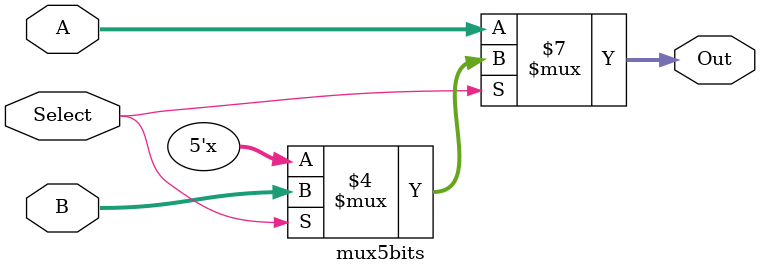
<source format=v>
`timescale 1ns / 1ps
module mux5bits(
    input [4:0] A,
    input [4:0] B,
    output reg [4:0] Out,
    input Select
    );
	always @(Select or A or B)
	begin
	if (Select==1'b0)begin Out<=A; end
	else if (Select==1'b1)begin Out<=B; end
	end
endmodule

</source>
